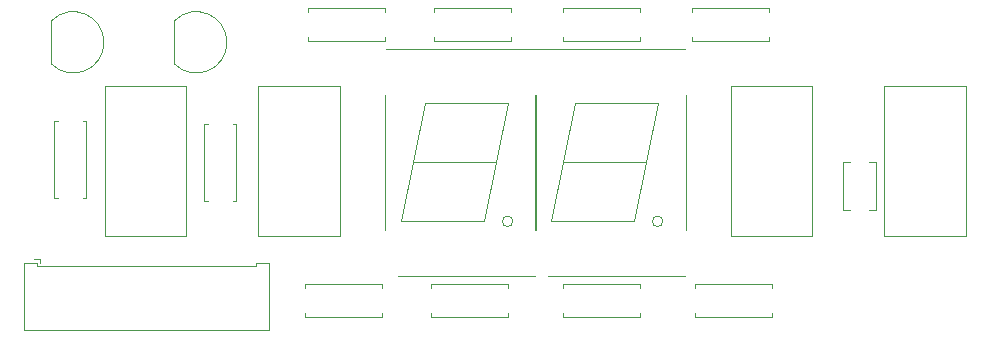
<source format=gbr>
%TF.GenerationSoftware,KiCad,Pcbnew,(5.1.6-0-10_14)*%
%TF.CreationDate,2021-01-19T16:44:27+00:00*%
%TF.ProjectId,daughterboard,64617567-6874-4657-9262-6f6172642e6b,rev?*%
%TF.SameCoordinates,Original*%
%TF.FileFunction,Legend,Top*%
%TF.FilePolarity,Positive*%
%FSLAX46Y46*%
G04 Gerber Fmt 4.6, Leading zero omitted, Abs format (unit mm)*
G04 Created by KiCad (PCBNEW (5.1.6-0-10_14)) date 2021-01-19 16:44:27*
%MOMM*%
%LPD*%
G01*
G04 APERTURE LIST*
%ADD10C,0.120000*%
G04 APERTURE END LIST*
D10*
%TO.C,J1*%
X-24324000Y8648000D02*
X-34684000Y8648000D01*
X-24324000Y14368000D02*
X-24324000Y8648000D01*
X-25394000Y14368000D02*
X-24324000Y14368000D01*
X-25394000Y14068000D02*
X-25394000Y14368000D01*
X-34684000Y14068000D02*
X-25394000Y14068000D01*
X-45044000Y8648000D02*
X-34684000Y8648000D01*
X-45044000Y14368000D02*
X-45044000Y8648000D01*
X-43974000Y14368000D02*
X-45044000Y14368000D01*
X-43974000Y14068000D02*
X-43974000Y14368000D01*
X-34684000Y14068000D02*
X-43974000Y14068000D01*
X-43684000Y14658000D02*
X-44184000Y14658000D01*
X-43684000Y14358000D02*
X-43684000Y14658000D01*
%TO.C,U1*%
X-14538000Y17145000D02*
X-14538000Y28575000D01*
X-1718000Y17145000D02*
X-1718000Y28575000D01*
X-13428000Y13225000D02*
X-1828000Y13225000D01*
X-1828000Y32495000D02*
X-14428000Y32495000D01*
X-11128000Y27860000D02*
X-12128000Y22860000D01*
X-12128000Y22860000D02*
X-13128000Y17860000D01*
X-13128000Y17860000D02*
X-6128000Y17860000D01*
X-6128000Y17860000D02*
X-5128000Y22860000D01*
X-4128000Y27860000D02*
X-5128000Y22860000D01*
X-5128000Y22860000D02*
X-12128000Y22860000D01*
X-11128000Y27860000D02*
X-4128000Y27860000D01*
X-3680786Y17860000D02*
G75*
G03*
X-3680786Y17860000I-447214J0D01*
G01*
%TO.C,R1*%
X18002000Y33174000D02*
X18002000Y33504000D01*
X11462000Y33174000D02*
X18002000Y33174000D01*
X11462000Y33504000D02*
X11462000Y33174000D01*
X18002000Y35914000D02*
X18002000Y35584000D01*
X11462000Y35914000D02*
X18002000Y35914000D01*
X11462000Y35584000D02*
X11462000Y35914000D01*
%TO.C,R2*%
X-10382000Y35914000D02*
X-10382000Y35584000D01*
X-3842000Y35914000D02*
X-10382000Y35914000D01*
X-3842000Y35584000D02*
X-3842000Y35914000D01*
X-10382000Y33174000D02*
X-10382000Y33504000D01*
X-3842000Y33174000D02*
X-10382000Y33174000D01*
X-3842000Y33504000D02*
X-3842000Y33174000D01*
%TO.C,R3*%
X-10636000Y12546000D02*
X-10636000Y12216000D01*
X-4096000Y12546000D02*
X-10636000Y12546000D01*
X-4096000Y12216000D02*
X-4096000Y12546000D01*
X-10636000Y9806000D02*
X-10636000Y10136000D01*
X-4096000Y9806000D02*
X-10636000Y9806000D01*
X-4096000Y10136000D02*
X-4096000Y9806000D01*
%TO.C,R4*%
X7080000Y9806000D02*
X7080000Y10136000D01*
X540000Y9806000D02*
X7080000Y9806000D01*
X540000Y10136000D02*
X540000Y9806000D01*
X7080000Y12546000D02*
X7080000Y12216000D01*
X540000Y12546000D02*
X7080000Y12546000D01*
X540000Y12216000D02*
X540000Y12546000D01*
%TO.C,R5*%
X-21304000Y12546000D02*
X-21304000Y12216000D01*
X-14764000Y12546000D02*
X-21304000Y12546000D01*
X-14764000Y12216000D02*
X-14764000Y12546000D01*
X-21304000Y9806000D02*
X-21304000Y10136000D01*
X-14764000Y9806000D02*
X-21304000Y9806000D01*
X-14764000Y10136000D02*
X-14764000Y9806000D01*
%TO.C,R6*%
X-21050000Y35914000D02*
X-21050000Y35584000D01*
X-14510000Y35914000D02*
X-21050000Y35914000D01*
X-14510000Y35584000D02*
X-14510000Y35914000D01*
X-21050000Y33174000D02*
X-21050000Y33504000D01*
X-14510000Y33174000D02*
X-21050000Y33174000D01*
X-14510000Y33504000D02*
X-14510000Y33174000D01*
%TO.C,R7*%
X7080000Y33174000D02*
X7080000Y33504000D01*
X540000Y33174000D02*
X7080000Y33174000D01*
X540000Y33504000D02*
X540000Y33174000D01*
X7080000Y35914000D02*
X7080000Y35584000D01*
X540000Y35914000D02*
X7080000Y35914000D01*
X540000Y35584000D02*
X540000Y35914000D01*
%TO.C,R8*%
X18256000Y9806000D02*
X18256000Y10136000D01*
X11716000Y9806000D02*
X18256000Y9806000D01*
X11716000Y10136000D02*
X11716000Y9806000D01*
X18256000Y12546000D02*
X18256000Y12216000D01*
X11716000Y12546000D02*
X18256000Y12546000D01*
X11716000Y12216000D02*
X11716000Y12546000D01*
%TO.C,SW1*%
X-31328000Y29350000D02*
X-31328000Y16650000D01*
X-38228000Y29350000D02*
X-38228000Y16650000D01*
X-31328000Y16650000D02*
X-38228000Y16650000D01*
X-38228000Y29350000D02*
X-31328000Y29350000D01*
%TO.C,SW2*%
X-18328000Y29350000D02*
X-18328000Y16650000D01*
X-25228000Y29350000D02*
X-25228000Y16650000D01*
X-18328000Y16650000D02*
X-25228000Y16650000D01*
X-25228000Y29350000D02*
X-18328000Y29350000D01*
%TO.C,SW3*%
X21672000Y29350000D02*
X21672000Y16650000D01*
X14772000Y29350000D02*
X14772000Y16650000D01*
X21672000Y16650000D02*
X14772000Y16650000D01*
X14772000Y29350000D02*
X21672000Y29350000D01*
%TO.C,SW4*%
X34672000Y29350000D02*
X34672000Y16650000D01*
X27772000Y29350000D02*
X27772000Y16650000D01*
X34672000Y16650000D02*
X27772000Y16650000D01*
X27772000Y29350000D02*
X34672000Y29350000D01*
%TO.C,U2*%
X-1838000Y17145000D02*
X-1838000Y28575000D01*
X10982000Y17145000D02*
X10982000Y28575000D01*
X-728000Y13225000D02*
X10872000Y13225000D01*
X10872000Y32495000D02*
X-1728000Y32495000D01*
X1572000Y27860000D02*
X572000Y22860000D01*
X572000Y22860000D02*
X-428000Y17860000D01*
X-428000Y17860000D02*
X6572000Y17860000D01*
X6572000Y17860000D02*
X7572000Y22860000D01*
X8572000Y27860000D02*
X7572000Y22860000D01*
X7572000Y22860000D02*
X572000Y22860000D01*
X1572000Y27860000D02*
X8572000Y27860000D01*
X9019214Y17860000D02*
G75*
G03*
X9019214Y17860000I-447214J0D01*
G01*
%TO.C,C1*%
X24859000Y18828000D02*
X24234000Y18828000D01*
X27074000Y18828000D02*
X26449000Y18828000D01*
X24859000Y22868000D02*
X24234000Y22868000D01*
X27074000Y22868000D02*
X26449000Y22868000D01*
X24234000Y22868000D02*
X24234000Y18828000D01*
X27074000Y22868000D02*
X27074000Y18828000D01*
%TO.C,Q1*%
X-42744000Y34820000D02*
X-42744000Y31220000D01*
X-42732478Y31181522D02*
G75*
G03*
X-38294000Y33020000I1838478J1838478D01*
G01*
X-42732478Y34858478D02*
G75*
G02*
X-38294000Y33020000I1838478J-1838478D01*
G01*
%TO.C,Q2*%
X-32330000Y34820000D02*
X-32330000Y31220000D01*
X-32318478Y31181522D02*
G75*
G03*
X-27880000Y33020000I1838478J1838478D01*
G01*
X-32318478Y34858478D02*
G75*
G02*
X-27880000Y33020000I1838478J-1838478D01*
G01*
%TO.C,R9*%
X-42518000Y19844000D02*
X-42188000Y19844000D01*
X-42518000Y26384000D02*
X-42518000Y19844000D01*
X-42188000Y26384000D02*
X-42518000Y26384000D01*
X-39778000Y19844000D02*
X-40108000Y19844000D01*
X-39778000Y26384000D02*
X-39778000Y19844000D01*
X-40108000Y26384000D02*
X-39778000Y26384000D01*
%TO.C,R10*%
X-29818000Y19590000D02*
X-29488000Y19590000D01*
X-29818000Y26130000D02*
X-29818000Y19590000D01*
X-29488000Y26130000D02*
X-29818000Y26130000D01*
X-27078000Y19590000D02*
X-27408000Y19590000D01*
X-27078000Y26130000D02*
X-27078000Y19590000D01*
X-27408000Y26130000D02*
X-27078000Y26130000D01*
%TD*%
M02*

</source>
